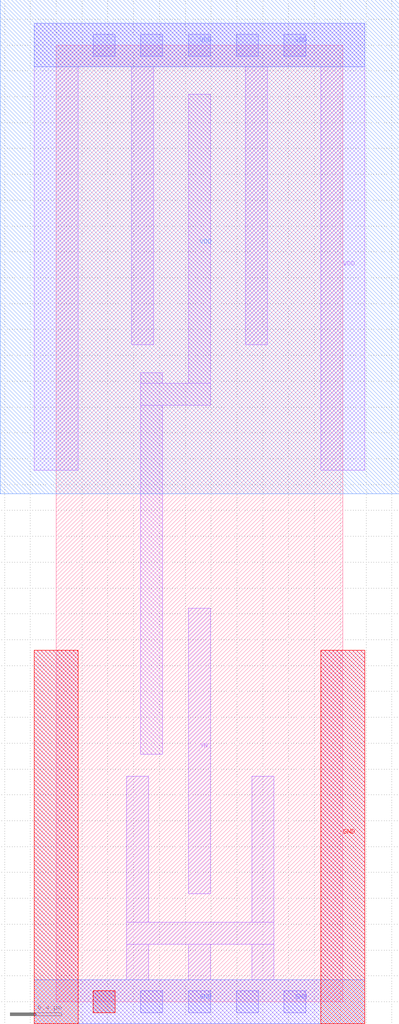
<source format=lef>
VERSION 5.7 ;
  NOWIREEXTENSIONATPIN ON ;
  DIVIDERCHAR "/" ;
  BUSBITCHARS "[]" ;
MACRO TIELO
  CLASS CORE WELLTAP ;
  FOREIGN TIELO ;
  ORIGIN 0.000 0.000 ;
  SIZE 2.220 BY 7.400 ;
  SYMMETRY X Y R90 ;
  SITE unitrh ;
  PIN YN
    DIRECTION OUTPUT ;
    USE SIGNAL ;
    ANTENNADIFFAREA 0.191900 ;
    PORT
      LAYER li1 ;
        RECT 1.025 0.835 1.195 3.045 ;
    END
  END YN
  PIN VDD
    DIRECTION INOUT ;
    USE POWER ;
    SHAPE ABUTMENT ;
    PORT
      LAYER nwell ;
        RECT -0.435 3.930 2.655 7.750 ;
      LAYER li1 ;
        RECT -0.170 7.230 2.390 7.570 ;
        RECT -0.170 4.110 0.170 7.230 ;
        RECT 0.585 5.080 0.755 7.230 ;
        RECT 1.465 5.080 1.635 7.230 ;
        RECT 2.050 4.110 2.390 7.230 ;
      LAYER mcon ;
        RECT 0.285 7.315 0.455 7.485 ;
        RECT 0.655 7.315 0.825 7.485 ;
        RECT 1.025 7.315 1.195 7.485 ;
        RECT 1.395 7.315 1.565 7.485 ;
        RECT 1.765 7.315 1.935 7.485 ;
      LAYER met1 ;
        RECT -0.170 7.230 2.390 7.570 ;
    END
  END VDD
  PIN GND
    DIRECTION INOUT ;
    USE GROUND ;
    SHAPE ABUTMENT ;
    PORT
      LAYER pwell ;
        RECT -0.170 -0.170 0.170 2.720 ;
        RECT 0.285 -0.085 0.455 0.085 ;
        RECT 2.050 -0.170 2.390 2.720 ;
      LAYER li1 ;
        RECT -0.170 0.170 0.170 2.720 ;
        RECT 0.545 0.615 0.715 1.745 ;
        RECT 1.515 0.615 1.685 1.745 ;
        RECT 0.545 0.445 1.685 0.615 ;
        RECT 0.545 0.170 0.715 0.445 ;
        RECT 1.025 0.170 1.195 0.445 ;
        RECT 1.515 0.170 1.685 0.445 ;
        RECT 2.050 0.170 2.390 2.720 ;
        RECT -0.170 -0.170 2.390 0.170 ;
      LAYER mcon ;
        RECT 0.285 -0.085 0.455 0.085 ;
        RECT 0.655 -0.085 0.825 0.085 ;
        RECT 1.025 -0.085 1.195 0.085 ;
        RECT 1.395 -0.085 1.565 0.085 ;
        RECT 1.765 -0.085 1.935 0.085 ;
      LAYER met1 ;
        RECT -0.170 -0.170 2.390 0.170 ;
    END
  END GND
  OBS
      LAYER li1 ;
        RECT 0.655 4.785 0.825 4.865 ;
        RECT 1.025 4.785 1.195 7.020 ;
        RECT 0.655 4.615 1.195 4.785 ;
        RECT 0.655 1.915 0.825 4.615 ;
  END
END TIELO
END LIBRARY


</source>
